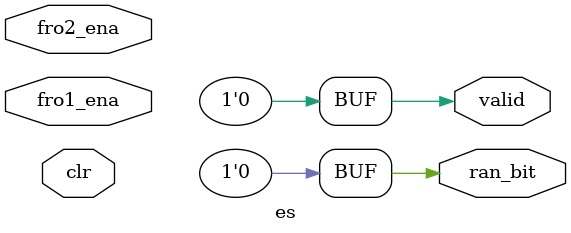
<source format=sv>

module sme_trng #(
parameter Nb =2,      // number of random bit
parameter Ne =3,      // number of entropy sources per bit
parameter ORD=3       // filter order
)(
input  wire g_clk,     // Global clock
input  wire g_resetn,  // Synchronous, active low reset.
input  wire gen,
output wire [Nb-1:0] rnb,
output wire [Nb-1:0] rdy
);

wire rst = ~g_resetn;
wire [Nb-1:0] trn_rnb, trn_val;

genvar i;
generate for(i = 0; i < Nb; i = i+1) begin : gen_bits 
(* dont_touch = "true" *) 
sme_trng_es #(.Ne(Ne))
trng_ins(
    .rst(rst),
    .clk(g_clk),
    .gen(gen),
    .rnb(trn_rnb[i]),
    .rdy(trn_val[i]) 
);

// post-processing with a ORD-order parity filter
sme_trng_parity_filter #(.ORD(ORD)) 
filt_ins (
    .rst(rst), 
    .clk(g_clk), 
    .val(trn_val[i]), 
    .ibit(trn_rnb[i]), 
    .obit(rnb[i]),
    .rdy(rdy[i]) 
);
end endgenerate
endmodule


module sme_trng_parity_filter #(parameter ORD=3)(
input  wire rst, 
input  wire clk, 
input  wire val, 
input  wire ibit, 
output wire obit,
output wire rdy 
);

reg [ORD-1:0] shf_bit;
always @(posedge clk) begin
    if		(rst)   shf_bit <= {ORD{1'b0}};    
    else if (val)   shf_bit <= {shf_bit[ORD-2:0], ibit};    
end

reg [ORD:0] bit_cnt;
always @(posedge clk) begin
    if		(rst)   bit_cnt <= 1'b1;    
    else if (val)   bit_cnt <= {bit_cnt[ORD-1:0], bit_cnt[ORD-1]};    
end

assign obit = ^shf_bit[ORD-1:0];
assign rdy = bit_cnt[ORD];

endmodule

module sme_trng_es #(parameter Ne=3)( // number of entropy sources
input  wire rst, 
input  wire clk,
input  wire gen,
output reg  rnb,
output reg  rdy
);

reg fro1_ena;
reg fro2_ena;
reg clr;

wire valid;
wire ran_bit; 

(* dont_touch = "true", KEEP = "true" *) wire [Ne-1:0] t_rand;
(* dont_touch = "true", KEEP = "true" *) wire [Ne-1:0] t_val;
 
generate genvar i;
for (i=0;i<Ne;i=i+1) begin : gen_trng
     es es_inst (.fro1_ena(fro1_ena), .fro2_ena(fro2_ena), .clr(clr), .valid(t_val[i]), .ran_bit(t_rand[i]));
end
endgenerate

assign valid   = &t_val;
assign ran_bit = ^t_rand;

//FSM controller
localparam IDLE = 2'b00;
localparam ENA_FRO1 = 2'b01;
localparam ENA_FRO2 = 2'b10;
localparam DONE = 2'b11;

reg [1:0] state;

wire acc_done;
reg [2:0] acc_cnt;
always @(posedge clk) begin
    if (rst)                    acc_cnt <= 3'b000;
    else if (state == ENA_FRO1) acc_cnt <= acc_cnt + 1'b1;
    else                        acc_cnt <= 3'b000;
end

assign acc_done = (acc_cnt == 3'b101);

always @(posedge clk)
   if (rst) begin
      state <= IDLE;
      
      fro1_ena <= 1'b0;
      fro2_ena <= 1'b0;
      clr      <= 1'b1;
      
      rnb      <= 1'b0;
      rdy      <= 1'b0;
   end
   else
      case (state)
         IDLE : begin
            if (gen)            state <= ENA_FRO1;
            else                state <= IDLE;
            fro1_ena <= 1'b0;
            fro2_ena <= 1'b0;
            clr      <= 1'b1;               
            rnb      <= 1'b0;
            rdy      <= 1'b0;
         end
         ENA_FRO1 : begin
            if (acc_done)       state <= ENA_FRO2;
            else                state <= ENA_FRO1;        
            fro1_ena <= 1'b1;
            clr      <= 1'b0;
         end
         ENA_FRO2 : begin
            if (valid)          state <= DONE;
            else                state <= ENA_FRO2;
            fro2_ena <= 1'b1;
         end
         DONE : begin
            state <= IDLE;                                            
            rnb      <= ran_bit;
            rdy      <= 1'b1;
         end
         default : begin  // Fault Recovery
            state <= IDLE;            
         end
      endcase

endmodule

module es(
input  fro1_ena, 
input  fro2_ena, 
input  clr,
output ran_bit,
output valid
);

`ifdef SYNTH_TRNG

//free-running ring oscillator 1
wire fro1_lut_nand_o;
(* dont_touch = "true", ALLOW_COMBINATORIAL_LOOPS = "true", KEEP = "true" *) wire fro1_fb;
LUT2 #( .INIT(4'b1000)) LUT2_fro1_inst ( .O(fro1_lut_nand_o), .I0(fro1_fb), .I1(fro1_ena));
LUT1 #( .INIT(2'b01))   LUT1_fro1_buf1_inst ( .O(fro1_fb), .I0(fro1_lut_nand_o));
wire fro1_out = fro1_fb;

//free-running ring oscillator 2
wire fro2_lut_nand_o;
(* dont_touch = "true", ALLOW_COMBINATORIAL_LOOPS = "true", KEEP = "true" *) wire fro2_fb;
LUT2 #( .INIT(4'b1000)) LUT2_fro2_inst ( .O(fro2_lut_nand_o), .I0(fro2_fb), .I1(fro2_ena));
(* dont_touch = "true" *) wire fro2_buf1_o, fro2_buf2_o;
LUT1 #( .INIT(2'b01))   LUT1_fro2_buf1_inst ( .O(fro2_buf1_o), .I0(fro2_lut_nand_o));
LUT1 #( .INIT(2'b01))   LUT1_fro2_buf2_inst ( .O(fro2_buf2_o), .I0(fro2_buf1_o));
LUT1 #( .INIT(2'b01))   LUT1_fro2_buf3_inst ( .O(fro2_fb),     .I0(fro2_buf2_o));

wire fro2_out = fro2_lut_nand_o; 

//tapped delay chain
(* dont_touch = "true" *) wire [3:0] tapped_delay;
wire [2:0] tapped_delay_n;
CARRY4 CARRY4_inst (
    .CO(),         // 4-bit carry out
    .O(tapped_delay),           // 4-bit carry chain XOR data out
    .CI(1'b0),         // 1-bit carry cascade input
    .CYINIT(fro1_fb), // 1-bit carry initialization
    .DI(4'b0000),         // 4-bit carry-MUX data in
    .S(4'b1111)            // 4-bit carry-MUX select input
);

wire [2:0] tapped_delay_out;
FDCE   #(.INIT(1'b0)) FDCE_tapped_delay_inst0 
        (.C(fro2_out), .CLR(1'b0), .CE(1'b1),   .D(tapped_delay[0]),    .Q(tapped_delay_out[0]));
FDCE   #(.INIT(1'b0)) FDCE_tapped_delay_inst1 
        (.C(fro2_out), .CLR(1'b0), .CE(1'b1),   .D(tapped_delay[1]),    .Q(tapped_delay_out[1]));
FDCE   #(.INIT(1'b0)) FDCE_tapped_delay_inst2 
        (.C(fro2_out), .CLR(1'b0), .CE(1'b1),   .D(tapped_delay[2]),    .Q(tapped_delay_out[2]));

//bit extractor
wire extractor_valid_out;
wire extractor_ranbit_out;
wire extractor_ranbit;
wire ranbit_encode;
wire edge_dectect;
LUT3   #(.INIT(8'b0100_0010)) LUT3_ranbit_encode_inst 
        (.O(ranbit_encode), .I0(tapped_delay_out[0]),.I1(tapped_delay_out[1]),.I2(tapped_delay_out[2]));
      
assign extractor_ranbit= (extractor_valid_out)?extractor_ranbit_out:ranbit_encode;
LUT3   #(.INIT(8'b1111_0110)) LUT3_edge_dectect_inst 
        (.O(edge_dectect),  .I0(tapped_delay_out[0]),.I1(tapped_delay_out[2]),.I2(extractor_valid_out));
   
FDCE   #(.INIT(1'b0)) FDCE_extractor_valid_inst 
        (.C(fro2_out), .CLR(clr), .CE(1'b1),    .D(edge_dectect),   .Q(extractor_valid_out));
FDCE   #(.INIT(1'b0)) FDCE_extractor_ranbit_inst 
        (.C(fro2_out), .CLR(clr), .CE(1'b1),    .D(extractor_ranbit),.Q(extractor_ranbit_out));

assign valid = extractor_valid_out;
assign ran_bit = extractor_ranbit_out;

`else

assign valid=1'b0;
assign ran_bit = 1'b0;

`endif

endmodule



</source>
